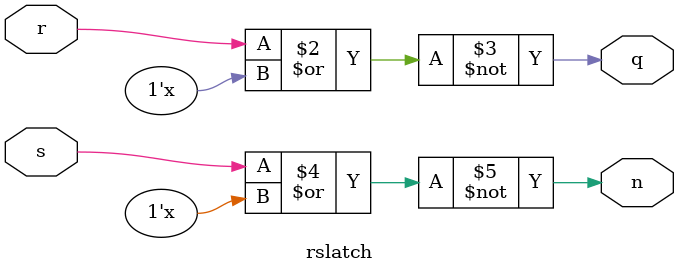
<source format=sv>
module rslatch (input logic r, s, output logic q, n);
    always @*
    begin
        q <= ~(r|n);
        n <= ~(s|q);
    end
endmodule

</source>
